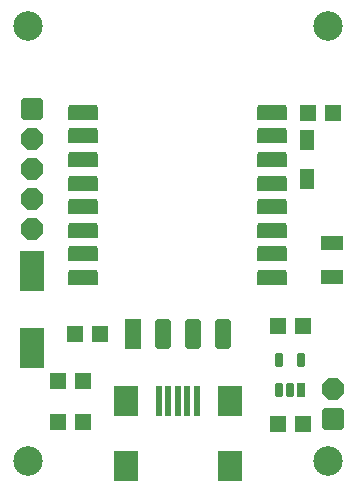
<source format=gbs>
%FSLAX35Y35*%
%MOIN*%
%IN4=Loetstoppmaskeunten(X.StopBot)*%
%ADD10C,0.00197*%
%ADD11C,0.00205*%
%ADD12C,0.00256*%
%ADD13C,0.00500*%
%ADD14C,0.00512*%
%ADD15C,0.00591*%
%ADD16C,0.00768*%
%ADD17C,0.00787*%
%ADD18C,0.01181*%
%ADD19C,0.01575*%
%ADD20C,0.01969*%
%ADD21C,0.02362*%
%ADD22C,0.03150*%
%ADD23C,0.09843*%
%AMR_24*21,1,0.01181,0.01181,0,0,0.000*%
%ADD24R_24*%
%AMR_25*21,1,0.01969,0.01969,0,0,0.000*%
%ADD25R_25*%
%AMR_26*21,1,0.02362,0.04724,0,0,0.000*%
%ADD26R_26*%
%AMR_27*21,1,0.02756,0.04331,0,0,90.000*%
%ADD27R_27*%
%AMR_28*21,1,0.02953,0.04331,0,0,90.000*%
%ADD28R_28*%
%AMR_29*21,1,0.03150,0.04331,0,0,0.000*%
%ADD29R_29*%
%AMR_30*21,1,0.03150,0.04331,0,0,90.000*%
%ADD30R_30*%
%AMR_31*21,1,0.03150,0.04331,0,0,270.000*%
%ADD31R_31*%
%AMR_32*21,1,0.03543,0.04331,0,0,90.000*%
%ADD32R_32*%
%AMR_33*21,1,0.04724,0.02362,0,0,0.000*%
%ADD33R_33*%
%AMR_34*21,1,0.04724,0.07087,0,0,90.000*%
%ADD34R_34*%
%AMR_35*21,1,0.05000,0.02500,0,0,0.000*%
%ADD35R_35*%
%AMR_36*21,1,0.05512,0.05512,0,0,0.000*%
%ADD36R_36*%
%AMR_37*21,1,0.05512,0.05512,0,0,180.000*%
%ADD37R_37*%
%AMR_38*21,1,0.06250,0.06250,0,0,0.000*%
%ADD38R_38*%
%AMR_39*21,1,0.06250,0.07500,0,0,0.000*%
%ADD39R_39*%
%AMR_40*21,1,0.06693,0.04724,0,0,270.000*%
%ADD40R_40*%
%AMR_41*21,1,0.07500,0.07500,0,0,0.000*%
%ADD41R_41*%
%AMR_42*21,1,0.10236,0.05512,0,0,90.000*%
%ADD42R_42*%
%AMR_43*21,1,0.13189,0.07874,0,0,270.000*%
%ADD43R_43*%
%AMR_44*21,1,0.16250,0.19685,0,0,0.000*%
%ADD44R_44*%
%AMR_45*21,1,0.19685,0.19685,0,0,0.000*%
%ADD45R_45*%
%AMOCT_46*4,1,8,0.019685,0.013780,0.009843,0.023622,-0.009843,0.023622,-0.019685,0.013780,-0.019685,-0.013780,-0.009843,-0.023622,0.009843,-0.023622,0.019685,-0.013780,0.019685,0.013780,0.000*%
%ADD46OCT_46*%
%AMOCT_47*4,1,8,0.023622,0.009843,0.013780,0.019685,-0.013780,0.019685,-0.023622,0.009843,-0.023622,-0.009843,-0.013780,-0.019685,0.013780,-0.019685,0.023622,-0.009843,0.023622,0.009843,0.000*%
%ADD47OCT_47*%
%AMOCT_48*4,1,8,0.023622,0.011811,0.011811,0.023622,-0.011811,0.023622,-0.023622,0.011811,-0.023622,-0.011811,-0.011811,-0.023622,0.011811,-0.023622,0.023622,-0.011811,0.023622,0.011811,0.000*%
%ADD48OCT_48*%
%AMOCT_49*4,1,8,0.035433,0.017717,0.017717,0.035433,-0.017717,0.035433,-0.035433,0.017717,-0.035433,-0.017717,-0.017717,-0.035433,0.017717,-0.035433,0.035433,-0.017717,0.035433,0.017717,90.000*%
%ADD49OCT_49*%
%AMOCT_50*4,1,8,0.035433,0.017717,0.017717,0.035433,-0.017717,0.035433,-0.035433,0.017717,-0.035433,-0.017717,-0.017717,-0.035433,0.017717,-0.035433,0.035433,-0.017717,0.035433,0.017717,270.000*%
%ADD50OCT_50*%
%AMRR_51*21,1,0.01969,0.09843,0,0,180.000*21,1,0.01575,0.10236,0,0,180.000*1,1,0.00394,-0.00787,-0.04921*1,1,0.00394,0.00787,0.04921*1,1,0.00394,-0.00787,0.04921*1,1,0.00394,0.00787,-0.04921*%
%ADD51RR_51*%
%AMRR_52*21,1,0.02756,0.04173,0,0,180.000*21,1,0.02205,0.04724,0,0,180.000*1,1,0.00551,-0.01102,-0.02087*1,1,0.00551,0.01102,0.02087*1,1,0.00551,-0.01102,0.02087*1,1,0.00551,0.01102,-0.02087*%
%ADD52RR_52*%
%AMRR_53*21,1,0.02756,0.03346,0,0,180.000*21,1,0.01378,0.04724,0,0,180.000*1,1,0.01378,-0.00689,-0.01673*1,1,0.01378,0.00689,0.01673*1,1,0.01378,-0.00689,0.01673*1,1,0.01378,0.00689,-0.01673*%
%ADD53RR_53*%
%AMRR_54*21,1,0.07087,0.05669,0,0,90.000*21,1,0.05669,0.07087,0,0,90.000*1,1,0.01417,-0.02835,0.02835*1,1,0.01417,0.02835,-0.02835*1,1,0.01417,0.02835,0.02835*1,1,0.01417,-0.02835,-0.02835*%
%ADD54RR_54*%
%AMRR_55*21,1,0.07087,0.05669,0,0,270.000*21,1,0.05669,0.07087,0,0,270.000*1,1,0.01417,0.02835,-0.02835*1,1,0.01417,-0.02835,0.02835*1,1,0.01417,-0.02835,-0.02835*1,1,0.01417,0.02835,0.02835*%
%ADD55RR_55*%
%AMRR_56*21,1,0.08268,0.08583,0,0,180.000*21,1,0.06614,0.10236,0,0,180.000*1,1,0.01654,-0.03307,-0.04291*1,1,0.01654,0.03307,0.04291*1,1,0.01654,-0.03307,0.04291*1,1,0.01654,0.03307,-0.04291*%
%ADD56RR_56*%
%AMRR_57*21,1,0.08500,0.03400,0,0,0.000*21,1,0.07650,0.04250,0,0,0.000*1,1,0.00850,0.03825,0.01700*1,1,0.00850,-0.03825,-0.01700*1,1,0.00850,0.03825,-0.01700*1,1,0.00850,-0.03825,0.01700*%
%ADD57RR_57*%
%AMRR_58*21,1,0.10000,0.04000,0,0,0.000*21,1,0.09000,0.05000,0,0,0.000*1,1,0.01000,0.04500,0.02000*1,1,0.01000,-0.04500,-0.02000*1,1,0.01000,0.04500,-0.02000*1,1,0.01000,-0.04500,0.02000*%
%ADD58RR_58*%
%AMRR_59*21,1,0.10236,0.02756,0,0,90.000*21,1,0.07480,0.05512,0,0,90.000*1,1,0.02756,-0.01378,0.03740*1,1,0.02756,0.01378,-0.03740*1,1,0.02756,0.01378,0.03740*1,1,0.02756,-0.01378,-0.03740*%
%ADD59RR_59*%
G54D23*
X108750Y153750D03*
X8750Y153750D03*
X8750Y8750D03*
X108750Y8750D03*
G54D34*
X110000Y81646D03*
X110000Y70228D03*
G54D36*
X27325Y35625D03*
X18925Y35625D03*
X110450Y125000D03*
X102050Y125000D03*
G54D37*
X92050Y21250D03*
X100450Y21250D03*
X92050Y53750D03*
X100450Y53750D03*
X24550Y51250D03*
X32950Y51250D03*
X18925Y21875D03*
X27325Y21875D03*
G54D40*
X101875Y115812D03*
X101875Y102937D03*
G54D42*
X43750Y51250D03*
G54D43*
X10000Y72170D03*
X10000Y46579D03*
G54D49*
X110625Y32812D03*
G54D50*
X10000Y116250D03*
X10000Y106250D03*
X10000Y96250D03*
X10000Y86250D03*
G54D51*
X65049Y28858D03*
X61899Y28858D03*
X58750Y28858D03*
X55600Y28858D03*
X52450Y28858D03*
G54D52*
X99990Y32381D03*
G54D53*
X92509Y42618D03*
X99990Y42618D03*
X92509Y32381D03*
X96250Y32381D03*
G54D54*
X110625Y22812D03*
G54D55*
X10000Y126250D03*
G54D56*
X76072Y7204D03*
X76072Y28858D03*
X41427Y28858D03*
X41427Y7204D03*
G54D58*
X90246Y124950D03*
X90246Y117076D03*
X90246Y109202D03*
X90246Y101328D03*
X90246Y93454D03*
X90246Y85580D03*
X90246Y77706D03*
X90246Y69832D03*
X27253Y69832D03*
X27253Y77706D03*
X27253Y85580D03*
X27253Y93454D03*
X27253Y101328D03*
X27253Y109202D03*
X27253Y117076D03*
X27253Y124950D03*
G54D59*
X53750Y51250D03*
X63750Y51250D03*
X73750Y51250D03*
M02*

</source>
